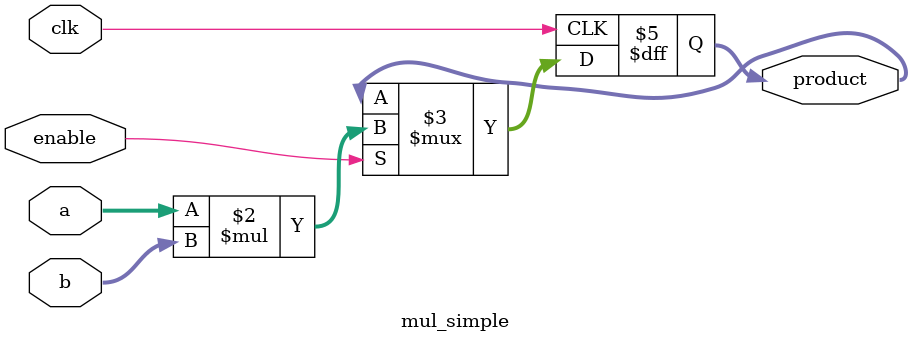
<source format=sv>

module mul_simple (
    input  logic       clk,     // Clock signal
    input  logic       enable,  // Enable signal
    input  logic [3:0] a,       // First 4-bit input
    input  logic [3:0] b,       // Second 4-bit input
    output logic [7:0] product  // 8-bit product output
);

    // Clocked multiplication process
    always_ff @(posedge clk) begin
        if (enable) begin
            product <= a * b;
        end
    end

endmodule
</source>
